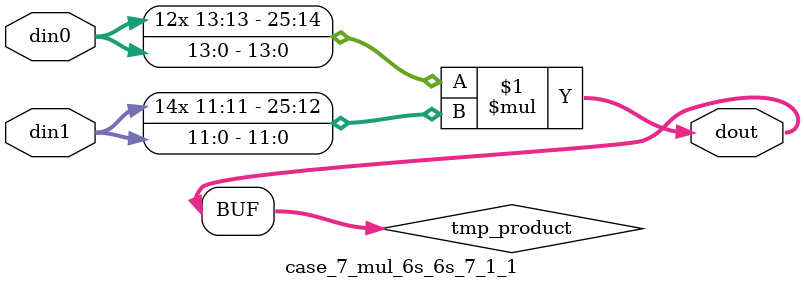
<source format=v>

`timescale 1 ns / 1 ps

 module case_7_mul_6s_6s_7_1_1(din0, din1, dout);
parameter ID = 1;
parameter NUM_STAGE = 0;
parameter din0_WIDTH = 14;
parameter din1_WIDTH = 12;
parameter dout_WIDTH = 26;

input [din0_WIDTH - 1 : 0] din0; 
input [din1_WIDTH - 1 : 0] din1; 
output [dout_WIDTH - 1 : 0] dout;

wire signed [dout_WIDTH - 1 : 0] tmp_product;



























assign tmp_product = $signed(din0) * $signed(din1);








assign dout = tmp_product;





















endmodule

</source>
